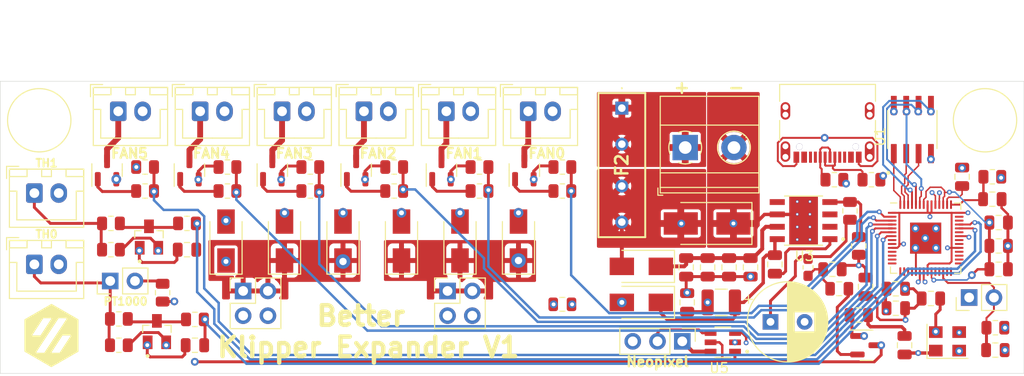
<source format=kicad_pcb>
(kicad_pcb (version 20211014) (generator pcbnew)
  (title_block (title "Better Klipper Expander") (rev "V1"))
  (layers (0 "F.Cu" signal) (1 "In1.Cu" signal) (2 "In2.Cu" signal) (31 "B.Cu" signal) (34 "B.Paste" user) (35 "F.Paste" user) (36 "B.SilkS" user "B.Silkscreen") (37 "F.SilkS" user "F.Silkscreen") (38 "B.Mask" user) (39 "F.Mask" user) (44 "Edge.Cuts" user))
  (net 0 "")
  (net 1 "Net-(C1-Pad1)")
  (net 2 "GND")
  (net 3 "Net-(C4-Pad2)")
  (net 4 "+3.3V")
  (net 5 "Net-(C13-Pad1)")
  (net 6 "Net-(C13-Pad2)")
  (net 7 "+5V")
  (net 8 "VCC")
  (net 9 "Net-(C9-Pad1)")
  (net 10 "Net-(F2-Pad1)")
  (net 13 "XIN")
  (net 16 "Net-(R6-Pad2)")
  (net 17 "CS")
  (net 18 "SD1")
  (net 19 "SD2")
  (net 20 "SD0")
  (net 21 "CLK")
  (net 22 "SD3")
  (net 24 "Net-(D4-Pad3)")
  (net 25 "Net-(D6-Pad2)")
  (net 26 "Net-(D7-Pad2)")
  (net 27 "Net-(D8-Pad2)")
  (net 28 "Net-(D9-Pad2)")
  (net 29 "Net-(D10-Pad1)")
  (net 40 "Net-(C10-Pad1)")
  (net 53 "Net-(D11-Pad3)")
  (net 54 "Net-(J6-Pad1)")
  (net 57 "Net-(C16-Pad1)")
  (net 58 "Net-(C14-Pad2)")
  (net 59 "Net-(C7-Pad2)")
  (net 60 "Net-(D5-Pad2)")
  (net 61 "Net-(Q1-Pad1)")
  (net 62 "Net-(J10-Pad1)")
  (net 63 "Net-(JP2-Pad2)")
  (net 64 "Net-(Q2-Pad1)")
  (net 65 "Net-(Q3-Pad1)")
  (net 66 "Net-(Q4-Pad1)")
  (net 67 "Net-(Q5-Pad1)")
  (net 68 "Net-(Q6-Pad1)")
  (net 69 "FAN0")
  (net 70 "FAN1")
  (net 71 "FAN2")
  (net 72 "FAN3")
  (net 73 "FAN4")
  (net 74 "FAN5")
  (net 75 "Net-(L2-Pad2)")
  (net 76 "TH0")
  (net 77 "TH1")
  (net 80 "VFAN")
  (net 81 "D+")
  (net 82 "D-")
  (net 84 "NEO_DATA")
  (net 85 "XOUT")
  (net 86 "GPIO24")
  (net 87 "Net-(J13-Pad3)")
  (footprint "Resistor_SMD:R_0805_2012Metric" (layer "F.Cu") (at 145.7 88.7625)
    (fp_text reference "R8" hide)
    (fp_text value "10R" hide)
  )
  (footprint "Connector_JST:JST_XH_B2B-XH-A_1x02_P2.50mm_Vertical" (layer "F.Cu") (at 108.55 80.575)
    (fp_text reference "J8" hide)
    (fp_text value "FAN4" hide)
  )
  (footprint "Diode_SMD:D_SMA" (layer "F.Cu") (at 153.8 96.5 180)
    (fp_text reference "D1" hide)
    (fp_text value "SS34" hide)
  )
  (footprint "Capacitor_SMD:C_0805_2012Metric" (layer "F.Cu") (at 158.4 96.6 -90)
    (fp_text reference "C1" hide)
    (fp_text value "10uF" hide)
  )
  (footprint "Diode_SMD:D_SMA" (layer "F.Cu") (at 123.2 93.9 90)
    (fp_text reference "D8" hide)
    (fp_text value "S1A" hide)
  )
  (footprint "Resistor_SMD:R_0805_2012Metric" (layer "F.Cu") (at 128.45 88.7625)
    (fp_text reference "R12" hide)
    (fp_text value "10R" hide)
  )
  (footprint "Resistor_SMD:R_0805_2012Metric" (layer "F.Cu") (at 99.4 92.0875 180)
    (fp_text reference "R25" hide)
    (fp_text value "2.37K" hide)
  )
  (footprint "Capacitor_SMD:C_0805_2012Metric" (layer "F.Cu") (at 107.2 94.7875 180)
    (fp_text reference "C23" hide)
    (fp_text value "0.1uF" hide)
  )
  (footprint "Capacitor_SMD:C_0805_2012Metric" (layer "F.Cu") (at 190.45 94.4)
    (fp_text reference "C11" hide)
    (fp_text value "0.1uF" hide)
  )
  (footprint "Capacitor_SMD:C_0805_2012Metric" (layer "F.Cu") (at 179.9 98.8 180)
    (fp_text reference "C18" hide)
    (fp_text value "0.1uF" hide)
  )
  (footprint "Package_DFN_QFN:QFN-56-1EP_7x7mm_P0.4mm_EP3.2x3.2mm" (layer "F.Cu") (at 182.9625 93.6)
    (fp_text reference "U4" hide)
    (fp_text value "RP2040" hide)
  )
  (footprint "Resistor_SMD:R_0805_2012Metric" (layer "F.Cu") (at 108.0125 101.95 180)
    (fp_text reference "R14" hide)
    (fp_text value "2.37K" hide)
  )
  (footprint "FDS8896:SOIC127P600X175-8N" (layer "F.Cu") (at 181.6 82.445 90)
    (fp_text reference "U1")
    (fp_text value "W25Q80DVSNIG")
  )
  (footprint "Connector_PinHeader_2.54mm:PinHeader_1x02_P2.54mm_Vertical" (layer "F.Cu") (at 99.325 98 90)
    (fp_text reference "JP2" hide)
    (fp_text value "PT1000" hide)
  )
  (footprint "Diode_SMD:D_SMA" (layer "F.Cu") (at 117.2 93.9 90)
    (fp_text reference "D9" hide)
    (fp_text value "S1A" hide)
  )
  (footprint "Resistor_SMD:R_0805_2012Metric" (layer "F.Cu") (at 128.45 86.3)
    (fp_text reference "R13" hide)
    (fp_text value "20K" hide)
  )
  (footprint "Connector_JST:JST_XH_B2B-XH-A_1x02_P2.50mm_Vertical" (layer "F.Cu") (at 125.35 80.575)
    (fp_text reference "J5" hide)
    (fp_text value "FAN2" hide)
  )
  (footprint "Capacitor_SMD:C_0805_2012Metric" (layer "F.Cu") (at 190.45 92)
    (fp_text reference "C10" hide)
    (fp_text value "2.2uF" hide)
  )
  (footprint "Resistor_SMD:R_0805_2012Metric" (layer "F.Cu") (at 177.4 87.6)
    (fp_text reference "R4" hide)
    (fp_text value "22R" hide)
  )
  (footprint "Resistor_SMD:R_0805_2012Metric" (layer "F.Cu") (at 137.2 86.3)
    (fp_text reference "R11" hide)
    (fp_text value "20K" hide)
  )
  (footprint "Capacitor_SMD:C_0805_2012Metric" (layer "F.Cu") (at 173.4 96.8)
    (fp_text reference "C9" hide)
    (fp_text value "10uF" hide)
  )
  (footprint "Diode_SMD:D_SMA" (layer "F.Cu") (at 141.2 93.9 90)
    (fp_text reference "D5" hide)
    (fp_text value "S1A" hide)
  )
  (footprint "Connector_JST:JST_XH_B2B-XH-A_1x02_P2.50mm_Vertical" (layer "F.Cu") (at 100.15 80.575)
    (fp_text reference "J9" hide)
    (fp_text value "FAN5" hide)
  )
  (footprint "Resistor_SMD:R_0805_2012Metric" (layer "F.Cu") (at 102.9 88.7625)
    (fp_text reference "R22" hide)
    (fp_text value "10R" hide)
  )
  (footprint "Resistor_SMD:R_0805_2012Metric" (layer "F.Cu") (at 104.7 99.2 -90)
    (fp_text reference "R17" hide)
    (fp_text value "4.7K" hide)
  )
  (footprint "Capacitor_SMD:C_0805_2012Metric" (layer "F.Cu") (at 160.6 96.6 -90)
    (fp_text reference "C2" hide)
    (fp_text value "10uF" hide)
  )
  (footprint "Capacitor_SMD:C_0805_2012Metric" (layer "F.Cu") (at 189.8 89.6)
    (fp_text reference "C16" hide)
    (fp_text value "2.2uF" hide)
  )
  (footprint "BAV99:DIO_BAV99" (layer "F.Cu") (at 103.3 93.4875 90)
    (fp_text reference "D11" hide)
    (fp_text value "BAV99" hide)
  )
  (footprint "Capacitor_SMD:C_0805_2012Metric" (layer "F.Cu") (at 179.9 100.8 180)
    (fp_text reference "C20" hide)
    (fp_text value "0.1uF" hide)
  )
  (footprint "Resistor_SMD:R_0805_2012Metric" (layer "F.Cu") (at 107.2 92.0875 180)
    (fp_text reference "R24" hide)
    (fp_text value "2.37K" hide)
  )
  (footprint "Resistor_SMD:R_0805_2012Metric" (layer "F.Cu") (at 99.4 94.7875)
    (fp_text reference "R26" hide)
    (fp_text value "4.7K" hide)
  )
  (footprint "Connector_JST:JST_XH_B2B-XH-A_1x02_P2.50mm_Vertical" (layer "F.Cu") (at 142.2 80.575)
    (fp_text reference "J3" hide)
    (fp_text value "FAN0" hide)
  )
  (footprint "Resistor_SMD:R_0805_2012Metric" (layer "F.Cu") (at 119.85 88.7625)
    (fp_text reference "R18" hide)
    (fp_text value "10R" hide)
  )
  (footprint "Connector_PinHeader_2.54mm:PinHeader_2x02_P2.54mm_Vertical" (layer "F.Cu") (at 112.96 99.025)
    (fp_text reference "J13" hide)
    (fp_text value "VFAN_SEL2" hide)
  )
  (footprint "Package_TO_SOT_SMD:SOT-23" (layer "F.Cu") (at 124.55 86.6125 90)
    (fp_text reference "Q3" hide)
    (fp_text value "AO3400C" hide)
  )
  (footprint "Resistor_SMD:R_0805_2012Metric" (layer "F.Cu") (at 173.6 87.6)
    (fp_text reference "R3" hide)
    (fp_text value "22R" hide)
  )
  (footprint "Oscillator:Oscillator_SMD_SeikoEpson_SG8002CE-4Pin_3.2x2.5mm" (layer "F.Cu") (at 185.2 104.2)
    (fp_text reference "Y1" hide)
    (fp_text value "12MHz" hide)
  )
  (footprint "Fuse:Fuse_0805_2012Metric" (layer "F.Cu") (at 145.7 100.4)
    (fp_text reference "F3" hide)
    (fp_text value "4A" hide)
  )
  (footprint "TRA_KiCad_Footprints:VoronLogo_6pt5mm_silkScreen" (layer "F.Cu") (at 93.3 103.6)
    (fp_text reference "G***" hide)
    (fp_text value "LOGO" hide)
  )
  (footprint "Resistor_SMD:R_0805_2012Metric" (layer "F.Cu") (at 100.2125 104.6)
    (fp_text reference "R16" hide)
    (fp_text value "4.7K" hide)
  )
  (footprint "Fuse:Fuse_0603_1608Metric_Pad1.05x0.95mm_HandSolder" (layer "F.Cu") (at 170.9 96.6 90)
    (fp_text reference "F1" hide)
    (fp_text value "0.25A" hide)
  )
  (footprint "Resistor_SMD:R_0805_2012Metric" (layer "F.Cu") (at 190.1125 102.8 180)
    (fp_text reference "R2" hide)
    (fp_text value "10K" hide)
  )
  (footprint "Connector_JST:JST_XH_B2B-XH-A_1x02_P2.50mm_Vertical" (layer "F.Cu") (at 133.8 80.575)
    (fp_text reference "J4" hide)
    (fp_text value "FAN1" hide)
  )
  (footprint "Resistor_SMD:R_0805_2012Metric" (layer "F.Cu") (at 111.35 88.7625)
    (fp_text reference "R20" hide)
    (fp_text value "10R" hide)
  )
  (footprint "Capacitor_SMD:C_0805_2012Metric" (layer "F.Cu") (at 183.5 99.8)
    (fp_text reference "C21" hide)
    (fp_text value "0.1uF" hide)
  )
  (footprint "Capacitor_SMD:C_0805_2012Metric" (layer "F.Cu") (at 176.8 98.6 90)
    (fp_text reference "C6" hide)
    (fp_text value "22uF" hide)
  )
  (footprint "Capacitor_SMD:C_0805_2012Metric" (layer "F.Cu") (at 158.5 100.2 90)
    (fp_text reference "C17" hide)
    (fp_text value "10uF" hide)
  )
  (footprint "Package_TO_SOT_SMD:SOT-23" (layer "F.Cu") (at 99 86.6125 90)
    (fp_text reference "Q6" hide)
    (fp_text value "AO3400C" hide)
  )
  (footprint "Fuse:Fuse_0805_2012Metric" (layer "F.Cu") (at 174.1 98.8)
    (fp_text reference "L2" hide)
    (fp_text value "10uH" hide)
  )
  (footprint "Capacitor_SMD:C_0805_2012Metric" (layer "F.Cu") (at 190.1125 105.1 180)
    (fp_text reference "C4" hide)
    (fp_text value "0.1uF" hide)
  )
  (footprint "Package_TO_SOT_SMD:SOT-23" (layer "F.Cu") (at 176.9 104.6)
    (fp_text reference "U2" hide)
    (fp_text value "XT1861B332MR-G" hide)
  )
  (footprint "Capacitor_SMD:C_0805_2012Metric" (layer "F.Cu") (at 165 96.6 -90)
    (fp_text reference "C5" hide)
    (fp_text value "0.1uF" hide)
  )
  (footprint "Capacitor_SMD:C_0805_2012Metric" (layer "F.Cu") (at 186.7 87.3 -90)
    (fp_text reference "C14" hide)
    (fp_text value "2.2uF" hide)
  )
  (footprint "Connector_JST:JST_XH_B2B-XH-A_1x02_P2.50mm_Vertical" (layer "F.Cu") (at 91.545 96.295)
    (fp_text reference "J6" hide)
    (fp_text value "TH0" hide)
  )
  (footprint "Package_TO_SOT_SMD:SOT-23" (layer "F.Cu") (at 107.45 86.6125 90)
    (fp_text reference "Q5" hide)
    (fp_text value "AO3400C" hide)
  )
  (footprint "TerminalBlock_Phoenix:TerminalBlock_Phoenix_MKDS-1,5-2_1x02_P5.00mm_Horizontal" (layer "F.Cu") (at 158.3 84.295)
    (fp_text reference "J1" hide)
    (fp_text value "24V IN" hide)
  )
  (footprint "Connector_PinHeader_2.54mm:PinHeader_2x02_P2.54mm_Vertical" (layer "F.Cu") (at 133.925 99.025)
    (fp_text reference "J11" hide)
    (fp_text value "VFAN_SEL1" hide)
  )
  (footprint "Capacitor_SMD:C_0805_2012Metric" (layer "F.Cu") (at 167.5 96.3 90)
    (fp_text reference "C13" hide)
    (fp_text value "0.1uF" hide)
  )
  (footprint "KlipperExpander:MountingHole_3.2mm_M3" (layer "F.Cu") (at 92.045 81.495)
    (fp_text reference "H2" hide)
    (fp_text value "MountingHole" hide)
  )
  (footprint "Resistor_SMD:R_0805_2012Metric" (layer "F.Cu") (at 189.8 87.3)
    (fp_text reference "R5" hide)
    (fp_text value "200R" hide)
  )
  (footprint "KlipperExpander:MountingHole_3.2mm_M3" (layer "F.Cu") (at 189.05 81.495)
    (fp_text reference "H1" hide)
    (fp_text value "MountingHole" hide)
  )
  (footprint "Connector_JST:JST_XH_B2B-XH-A_1x02_P2.50mm_Vertical" (layer "F.Cu") (at 116.95 80.575)
    (fp_text reference "J7" hide)
    (fp_text value "FAN3" hide)
  )
  (footprint "TPS5450:VREG_LM5017MR_NOPB" (layer "F.Cu") (at 170.44 91.8 180)
    (fp_text reference "U3")
    (fp_text value "TPS5450DDAR")
  )
  (footprint "Resistor_SMD:R_0805_2012Metric" (layer "F.Cu") (at 176.1 94.4 -90)
    (fp_text reference "R7" hide)
    (fp_text value "3.24K" hide)
  )
  (footprint "Resistor_SMD:R_0805_2012Metric" (layer "F.Cu") (at 137.2 88.7625)
    (fp_text reference "R10" hide)
    (fp_text value "10R" hide)
  )
  (footprint "Capacitor_SMD:C_0805_2012Metric" (layer "F.Cu") (at 190.45 96.8)
    (fp_text reference "C12" hide)
    (fp_text value "0.1uF" hide)
  )
  (footprint "Connector_PinHeader_2.54mm:PinHeader_1x03_P2.54mm_Vertical" (layer "F.Cu") (at 158 104.2 -90)
    (fp_text reference "J12" hide)
    (fp_text value "Neopixel" hide)
  )
  (footprint "Resistor_SMD:R_0805_2012Metric" (layer "F.Cu") (at 100.2125 101.9 180)
    (fp_text reference "R15" hide)
    (fp_text value "2.37K" hide)
  )
  (footprint "Capacitor_SMD:C_0805_2012Metric" (layer "F.Cu") (at 180.8 104.6 90)
    (fp_text reference "C7" hide)
    (fp_text value "10pF" hide)
  )
  (footprint "Package_TO_SOT_SMD:SOT-23" (layer "F.Cu") (at 141.8 86.6125 90)
    (fp_text reference "Q1" hide)
    (fp_text value "AO3400C" hide)
  )
  (footprint "Diode_SMD:D_SMA" (layer "F.Cu") (at 111.2 93.9 90)
    (fp_text reference "D10" hide)
    (fp_text value "S1A" hide)
  )
  (footprint "Inductor_SMD:L_1210_3225Metric" (layer "F.Cu") (at 162 100.2 180)
    (fp_text reference "L1" hide)
    (fp_text value "15uH" hide)
  )
  (footprint "Resistor_SMD:R_0805_2012Metric" (layer "F.Cu") (at 102.9 86.3)
    (fp_text reference "R23" hide)
    (fp_text value "20K" hide)
  )
  (footprint "Capacitor_SMD:C_0805_2012Metric" (layer "F.Cu") (at 176.1 101.5 180)
    (fp_text reference "C8" hide)
    (fp_text value "10pF" hide)
  )
  (footprint "Connector_JST:JST_XH_B2B-XH-A_1x02_P2.50mm_Vertical" (layer "F.Cu") (at 91.545 88.975)
    (fp_text reference "J10" hide)
    (fp_text value "TH1" hide)
  )
  (footprint "Capacitor_SMD:C_0805_2012Metric" (layer "F.Cu") (at 162.8 96.6 -90)
    (fp_text reference "C3" hide)
    (fp_text value "10uF" hide)
  )
  (footprint "Connector_PinHeader_2.54mm:PinHeader_1x02_P2.54mm_Vertical" (layer "F.Cu") (at 187.425 99.7 90)
    (fp_text reference "JP1" hide)
    (fp_text value "RUN" hide)
  )
  (footprint "TXS0101DBVR:SOT95P280X145-6N" (layer "F.Cu") (at 162.1575 104.3 180)
    (fp_text reference "U5")
    (fp_text value "TXS0101DBVR")
  )
  (footprint "Capacitor_SMD:C_0805_2012Metric" (layer "F.Cu") (at 108.0125 104.6 180)
    (fp_text reference "C22" hide)
    (fp_text value "0.1uF" hide)
  )
  (footprint "BAV99:DIO_BAV99" (layer "F.Cu") (at 104.1125 103.2 90)
    (fp_text reference "D4" hide)
    (fp_text value "BAV99" hide)
  )
  (footprint "Capacitor_THT:CP_Radial_D8.0mm_P3.50mm" (layer "F.Cu") (at 167.047349 102.2)
    (fp_text reference "C19" hide)
    (fp_text value "330uF" hide)
  )
  (footprint "Diode_SMD:D_SMA" (layer "F.Cu") (at 135.2 93.9 90)
    (fp_text reference "D6" hide)
    (fp_text value "S1A" hide)
  )
  (footprint "Diode_SMD:D_SMB_Handsoldering" (layer "F.Cu") (at 160.545 92.095 180)
    (fp_text reference "D2" hide)
    (fp_text value "S5BBF" hide)
  )
  (footprint "Package_TO_SOT_SMD:SOT-23" (layer "F.Cu") (at 115.95 86.6125 90)
    (fp_text reference "Q4" hide)
    (fp_text value "AO3400C" hide)
  )
  (footprint "Resistor_SMD:R_0805_2012Metric" (layer "F.Cu") (at 119.85 86.3)
    (fp_text reference "R19" hide)
    (fp_text value "20K" hide)
  )
  (footprint "Diode_SMD:D_SMA" (layer "F.Cu") (at 129.2 93.9 90)
    (fp_text reference "D7" hide)
    (fp_text value "S1A" hide)
  )
  (footprint "Diode_SMD:D_SMA" (layer "F.Cu") (at 153.8 100.2 180)
    (fp_text reference "D3" hide)
    (fp_text value "SS54" hide)
  )
  (footprint "Resistor_SMD:R_0805_2012Metric" (layer "F.Cu") (at 145.7 86.3)
    (fp_text reference "R9" hide)
    (fp_text value "20K" hide)
  )
  (footprint "Resistor_SMD:R_0805_2012Metric" (layer "F.Cu") (at 175.2 90.8 90)
    (fp_text reference "R6" hide)
    (fp_text value "10K" hide)
  )
  (footprint "ul_USB4105-GF-A:USB4105-GF-A" (layer "F.Cu") (at 172.9 81.8 180)
    (fp_text reference "J2" hide)
    (fp_text value "USB4105-GF-A" hide)
  )
  (footprint "01000063Z:01000063Z" (layer "F.Cu") (at 151.8 80.25 -90)
    (fp_text reference "F2")
    (fp_text value "20A" hide)
  )
  (footprint "Resistor_SMD:R_0805_2012Metric" (layer "F.Cu") (at 111.35 86.3)
    (fp_text reference "R21" hide)
    (fp_text value "20K" hide)
  )
  (footprint "Package_TO_SOT_SMD:SOT-23" (layer "F.Cu") (at 133.3 86.6125 90)
    (fp_text reference "Q2" hide)
    (fp_text value "AO3400C" hide)
  )
  (gr_circle (center 189.05 81.495) (end 192.3 81.495) (layer "F.SilkS") (width 0.12) (fill none))
  (gr_circle (center 92.045 81.495) (end 95.295 81.495) (layer "F.SilkS") (width 0.12) (fill none))
  (gr_line (start 88.045 77.495) (end 88.045 107.495) (layer "Edge.Cuts") (width 0.05))
  (gr_line (start 193.045 77.5) (end 88.045 77.495) (layer "Edge.Cuts") (width 0.05))
  (gr_line (start 88.045 107.495) (end 193.045 107.495) (layer "Edge.Cuts") (width 0.05))
  (gr_line (start 193.045 107.495) (end 193.045 77.495) (layer "Edge.Cuts") (width 0.05))
  (gr_text "FAN1" (at 135.6 84.9) (layer "F.SilkS") (effects (font (size 1 1) (thickness 0.25))))
  (gr_text "FAN5" (at 101.3 84.9) (layer "F.SilkS") (effects (font (size 1 1) (thickness 0.25))))
  (gr_text "FAN2" (at 126.8 84.9) (layer "F.SilkS") (effects (font (size 1 1) (thickness 0.25))))
  (gr_text "FAN4" (at 109.7 84.9) (layer "F.SilkS") (effects (font (size 1 1) (thickness 0.25))))
  (gr_text "TH0" (at 92.795 93.2) (layer "F.SilkS") (effects (font (size 0.8 0.8) (thickness 0.2))))
  (gr_text "FAN3" (at 118.2 84.9) (layer "F.SilkS") (effects (font (size 1 1) (thickness 0.25))))
  (gr_text "Neopixel" (at 155.475 106.3) (layer "F.SilkS") (effects (font (size 1 1) (thickness 0.25))))
  (gr_text "TH1" (at 92.795 85.9) (layer "F.SilkS") (effects (font (size 0.8 0.8) (thickness 0.2))))
  (gr_text "PT1000" (at 100.9 100.1) (layer "F.SilkS") (effects (font (size 0.8 0.8) (thickness 0.2))))
  (gr_text "Better \nKlipper Expander V1" (at 125.8 103.2) (layer "F.SilkS") (effects (font (size 2 2) (thickness 0.45))))
  (gr_text "+    -\n" (at 160.745 78.095) (layer "F.SilkS") (effects (font (size 1.3 1.3) (thickness 0.25))))
  (gr_text "FAN0" (at 144.1 84.9) (layer "F.SilkS") (effects (font (size 1 1) (thickness 0.25))))
  (segment (start 165.25 95.65) (end 166.2 94.7) (width 0.4) (layer "F.Cu") (net 1))
  (segment (start 166.2 92.8) (end 166.565 92.435) (width 0.4) (layer "F.Cu") (net 1))
  (segment (start 166.2 94.7) (end 166.2 92.8) (width 0.4) (layer "F.Cu") (net 1))
  (segment (start 158.4 96.3) (end 158.2 96.5) (width 0.4) (layer "F.Cu") (net 1))
  (segment (start 158.2 96.5) (end 155.8 96.5) (width 0.4) (layer "F.Cu") (net 1))
  (segment (start 166.565 92.435) (end 167.74 92.435) (width 0.4) (layer "F.Cu") (net 1))
  (segment (start 158.4 95.65) (end 158.4 96.3) (width 0.4) (layer "F.Cu") (net 1))
  (segment (start 158.4 95.65) (end 165 95.65) (width 0.4) (layer "F.Cu") (net 1))
  (segment (start 126 86.183851) (end 125.4625 86.721351) (width 0.3) (layer "F.Cu") (net 2))
  (segment (start 102.6 96.1) (end 105.9 96.1) (width 0.3) (layer "F.Cu") (net 2))
  (segment (start 102.3126 95.8126) (end 102.6 96.1) (width 0.3) (layer "F.Cu") (net 2))
  (segment (start 178.015302 85.684698) (end 177.5 86.2) (width 0.2) (layer "F.Cu") (net 2))
  (segment (start 158.4 97.55) (end 165 97.55) (width 0.3) (layer "F.Cu") (net 2))
  (segment (start 167.74 91.165) (end 166.435 91.165) (width 0.35) (layer "F.Cu") (net 2))
  (segment (start 169.715302 85.2858) (end 169.715302 86) (width 0.2) (layer "F.Cu") (net 2))
  (segment (start 106.1625 95.8375) (end 106.1625 94.9) (width 0.3) (layer "F.Cu") (net 2))
  (segment (start 165.495 92.095) (end 163.245 92.095) (width 0.35) (layer "F.Cu") (net 2))
  (segment (start 176.1 96.4) (end 174.75 96.4) (width 0.3) (layer "F.Cu") (net 2))
  (segment (start 102.3126 94.8874) (end 102.3126 95.8126) (width 0.3) (layer "F.Cu") (net 2))
  (segment (start 142.7625 86.721351) (end 142.7625 87.571351) (width 0.3) (layer "F.Cu") (net 2))
  (segment (start 117.4 86.195405) (end 116.8625 86.732905) (width 0.3) (layer "F.Cu") (net 2))
  (segment (start 191.4 94.4) (end 191.4 92) (width 0.3) (layer "F.Cu") (net 2))
  (segment (start 177.492726 83.3) (end 178.015302 83.822576) (width 0.2) (layer "F.Cu") (net 2))
  (segment (start 143.3 86.183851) (end 142.7625 86.721351) (width 0.3) (layer "F.Cu") (net 2))
  (segment (start 184 103.2) (end 184 101.4) (width 0.3) (layer "F.Cu") (net 2))
  (segment (start 106.7125 105.8) (end 106.975 105.5375) (width 0.3) (layer "F.Cu") (net 2))
  (segment (start 106.975 105.5375) (end 106.975 104.6) (width 0.3) (layer "F.Cu") (net 2))
  (segment (start 136.3 86.183851) (end 134.8 86.183851) (width 0.3) (layer "F.Cu") (net 2))
  (segment (start 167.8 85.684698) (end 167.8 83.807274) (width 0.2) (layer "F.Cu") (net 2))
  (segment (start 191.4 96.8) (end 191.4 94.4) (width 0.3) (layer "F.Cu") (net 2))
  (segment (start 125.4625 86.721351) (end 125.4625 87.571351) (width 0.3) (layer "F.Cu") (net 2))
  (segment (start 176.1 86) (end 176.1 85.2858) (width 0.2) (layer "F.Cu") (net 2))
  (segment (start 178.015302 83.822576) (end 178.015302 85.684698) (width 0.2) (layer "F.Cu") (net 2))
  (segment (start 181.9625 97.0375) (end 181.9625 94.65) (width 0.2) (layer "F.Cu") (net 2))
  (segment (start 190.75 89.7) (end 190.75 90.5) (width 0.25) (layer "F.Cu") (net 2))
  (segment (start 127.5 86.183851) (end 126 86.183851) (width 0.3) (layer "F.Cu") (net 2))
  (segment (start 176.8 96.7) (end 176.8 97.65) (width 0.3) (layer "F.Cu") (net 2))
  (segment (start 168.315302 86.2) (end 169.515302 86.2) (width 0.2) (layer "F.Cu") (net 2))
  (segment (start 190.75 90.5) (end 191.4 91.15) (width 0.25) (layer "F.Cu") (net 2))
  (segment (start 175.4 101.75) (end 175.4 103.65) (width 0.3) (layer "F.Cu") (net 2))
  (segment (start 103.1251 105.5126) (end 103.4125 105.8) (width 0.3) (layer "F.Cu") (net 2))
  (segment (start 168.315302 86.2) (end 167.8 85.684698) (width 0.2) (layer "F.Cu") (net 2))
  (segment (start 165.5 92.1) (end 165.495 92.095) (width 0.25) (layer "F.Cu") (net 2))
  (segment (start 176.3 86.2) (end 176.1 86) (width 0.2) (layer "F.Cu") (net 2))
  (segment (start 108.3625 86.7375) (end 108.3625 87.5875) (width 0.3) (layer "F.Cu") (net 2))
  (segment (start 176.1 96.4) (end 176.5 96.4) (width 0.3) (layer "F.Cu") (net 2))
  (segment (start 176.1 96.4) (end 176.1 95.3125) (width 0.3) (layer "F.Cu") (net 2))
  (segment (start 168.307274 83.3) (end 172.6 83.3) (width 0.2) (layer "F.Cu") (net 2))
  (segment (start 184 101.4) (end 184.45 100.95) (width 0.3) (layer "F.Cu") (net 2))
  (segment (start 166.435 91.165) (end 165.5 92.1) (width 0.35) (layer "F.Cu") (net 2))
  (segment (start 103.1251 104.5874) (end 103.1251 105.5126) (width 0.3) (layer "F.Cu") (net 2))
  (segment (start 172.6 83.3) (end 177.492726 83.3) (width 0.2) (layer "F.Cu") (net 2))
  (segment (start 134.2625 86.721351) (end 134.2625 87.571351) (width 0.3) (layer "F.Cu") (net 2))
  (segment (start 110.4 86.2) (end 108.9 86.2) (width 0.3) (layer "F.Cu") (net 2))
  (segment (start 191.4 91.15) (end 191.4 92) (width 0.25) (layer "F.Cu") (net 2))
  (segment (start 177.5 86.2) (end 176.3 86.2) (width 0.2) (layer "F.Cu") (net 2))
  (segment (start 158.4 97.55) (end 158.4 99.1) (width 0.3) (layer "F.Cu") (net 2))
  (segment (start 178.85 98.8) (end 178.85 101.05) (width 0.3) (layer "F.Cu") (net 2))
  (segment (start 169.715302 86) (end 169.515302 86.2) (width 0.2) (layer "F.Cu") (net 2))
  (segment (start 176.5 96.4) (end 176.8 96.7) (width 0.3) (layer "F.Cu") (net 2))
  (segment (start 174.75 96.4) (end 174.35 96.8) (width 0.3) (layer "F.Cu") (net 2))
  (segment (start 134.8 86.183851) (end 134.2625 86.721351) (width 0.3) (layer "F.Cu") (net 2))
  (segment (start 168.175 91.165) (end 169.2 91.165) (width 0.35) (layer "F.Cu") (net 2))
  (segment (start 184.45 100.95) (end 184.45 99.8) (width 0.3) (layer "F.Cu") (net 2))
  (segment (start 108.9 86.2) (end 108.3625 86.7375) (width 0.3) (layer "F.Cu") (net 2))
  (segment (start 167.8 83.807274) (end 168.307274 83.3) (width 0.2) (layer "F.Cu") (net 2))
  (segment (start 105.9 96.1) (end 106.1625 95.8375) (width 0.3) (layer "F.Cu") (net 2))
  (segment (start 118.9 86.195405) (end 117.4 86.195405) (width 0.3) (layer "F.Cu") (net 2))
  (segment (start 144.8 86.183851) (end 143.3 86.183851) (width 0.3) (layer "F.Cu") (net 2))
  (segment (start 175.4 103.65) (end 176.65 103.65) (width 0.35) (layer "F.Cu") (net 2))
  (segment (start 116.8625 86.732905) (end 116.8625 87.582905) (width 0.3) (layer "F.Cu") (net 2))
  (segment (start 103.4125 105.8) (end 106.7125 105.8) (width 0.3) (layer "F.Cu") (net 2))
  (via (at 181.9175 94.605) (size 0.8) (drill 0.4) (layers "F.Cu" "B.Cu") (net 2))
  (via (at 186.4 105.2) (size 0.8) (drill 0.4) (layers "F.Cu" "B.Cu") (net 2))
  (via (at 191.4 94.4) (size 0.8) (drill 0.4) (layers "F.Cu" "B.Cu") (net 2))
  (via (at 184.0175 92.605) (size 0.8) (drill 0.4) (layers "F.Cu" "B.Cu") (net 2))
  (via (at 176.65 103.65) (size 0.8) (drill 0.4) (layers "F.Cu" "B.Cu") (net 2))
  (via (at 163.4 104.3) (size 0.6) (drill 0.3) (layers "F.Cu" "B.Cu") (net 2))
  (via (at 184.0175 94.605) (size 0.8) (drill 0.4) (layers "F.Cu" "B.Cu") (net 2))
  (via (at 103.1251 104.5874) (size 0.8) (drill 0.4) (layers "F.Cu" "B.Cu") (net 2))
  (via (at 191.1 105.1) (size 0.8) (drill 0.4) (layers "F.Cu" "B.Cu") (net 2))
  (via (at 108.3625 87.5875) (size 0.8) (drill 0.4) (layers "F.Cu" "B.Cu") (net 2))
  (via (at 181.9175 92.605) (size 0.8) (drill 0.4) (layers "F.Cu" "B.Cu") (net 2))
  (via (at 116.8625 87.582905) (size 0.8) (drill 0.4) (layers "F.Cu" "B.Cu") (net 2))
  (via (at 142.7625 87.571351) (size 0.8) (drill 0.4) (layers "F.Cu" "B.Cu") (net 2))
  (via (at 182.9175 93.6) (size 0.8) (drill 0.4) (layers "F.Cu" "B.Cu") (net 2))
  (via (at 163.245 92.095) (size 0.8) (drill 0.4) (layers "F.Cu" "B.Cu") (net 2))
  (via (at 172.6 83.3) (size 0.8) (drill 0.4) (layers "F.Cu" "B.Cu") (net 2))
  (via (at 176.1 96.4) (size 0.6) (drill 0.3) (layers "F.Cu" "B.Cu") (net 2))
  (via (at 178.9 101.1) (size 0.6) (drill 0.3) (layers "F.Cu" "B.Cu") (net 2))
  (via (at 183.5 85.5) (size 0.8) (drill 0.4) (layers "F.Cu" "B.Cu") (net 2))
  (via (at 165 97.55) (size 0.8) (drill 0.4) (layers "F.Cu" "B.Cu") (net 2))
  (via (at 151.8 100.2) (size 1) (drill 0.5) (layers "F.Cu" "B.Cu") (net 2))
  (via (at 111.2 91.8) (size 1) (drill 0.5) (layers "F.Cu" "B.Cu") (net 2))
  (via (at 134.2625 87.571351) (size 0.8) (drill 0.4) (layers "F.Cu" "B.Cu") (net 2))
  (via (at 102 86.3) (size 0.8) (drill 0.4) (layers "F.Cu" "B.Cu") (net 2))
  (via (at 158.5 99.2) (size 0.8) (drill 0.4) (layers "F.Cu" "B.Cu") (net 2))
  (via (at 125.4625 87.571351) (size 0.8) (drill 0.4) (layers "F.Cu" "B.Cu") (net 2))
  (via (at 184 103.2) (size 0.8) (drill 0.4) (layers "F.Cu" "B.Cu") (net 2))
  (via (at 102.3126 94.8874) (size 0.8) (drill 0.4) (layers "F.Cu" "B.Cu") (net 2))
  (segment (start 189.5 98.2) (end 189.965 98.665) (width 0.2) (layer "F.Cu") (net 3))
  (segment (start 184.7625 97.0375) (end 184.7625 97.725) (width 0.2) (layer "F.Cu") (net 3))
  (segment (start 184.7625 97.725) (end 185.2375 98.2) (width 0.2) (layer "F.Cu") (net 3))
  (segment (start 189.2 101.8) (end 189.2 102.8) (width 0.2) (layer "F.Cu") (net 3))
  (segment (start 189.2 102.8) (end 189.2 105.0625) (width 0.3) (layer "F.Cu") (net 3))
  (segment (start 189.965 98.665) (end 189.965 99.7) (width 0.2) (layer "F.Cu") (net 3))
  (segment (start 189.965 101.035) (end 189.2 101.8) (width 0.2) (layer "F.Cu") (net 3))
  (segment (start 185.2375 98.2) (end 189.5 98.2) (width 0.2) (layer "F.Cu") (net 3))
  (segment (start 189.965 99.7) (end 189.965 101.035) (width 0.2) (layer "F.Cu") (net 3))
  (segment (start 180.7 94.2) (end 180.325 94.2) (width 0.2) (layer "F.Cu") (net 4))
  (segment (start 180.85 98.8) (end 181.7 98.8) (width 0.3) (layer "F.Cu") (net 4))
  (segment (start 177.65 99.55) (end 176.8 99.55) (width 0.25) (layer "F.Cu") (net 4))
  (segment (start 163.4 106.3) (end 162.1 106.3) (width 0.3) (layer "F.Cu") (net 4))
  (segment (start 181.7 98.8) (end 182.55 99.65) (width 0.3) (layer "F.Cu") (net 4))
  (segment (start 180.2625 91.05) (end 180.2125 91) (width 0.2) (layer "F.Cu") (net 4))
  (segment (start 180.2125 91) (end 179.525 91) (width 0.2) (layer "F.Cu") (net 4))
  (segment (start 185.6225 96) (end 185.6225 94.6) (width 0.2) (layer "F.Cu") (net 4))
  (segment (start 178.4 104.6) (end 178.4 105.6) (width 0.3) (layer "F.Cu") (net 4))
  (segment (start 185.4175 96.205) (end 185.6225 96) (width 0.2) (layer "F.Cu") (net 4))
  (segment (start 180.9 102) (end 178.3 102) (width 0.25) (layer "F.Cu") (net 4))
  (segment (start 186.4 94.6) (end 185.6225 94.6) (width 0.2) (layer "F.Cu") (net 4))
  (segment (start 180.85 100.8) (end 180.85 101.95) (width 0.3) (layer "F.Cu") (net 4))
  (segment (start 183.1625 90.95) (end 183.2125 91) (width 0.2) (layer "F.Cu") (net 4))
  (segment (start 102.5125 103.3) (end 104.2625 103.3) (width 0.3) (layer "F.Cu") (net 4))
  (segment (start 183.1625 96.382513) (end 183.1625 97.0375) (width 0.2) (layer "F.Cu") (net 4))
  (segment (start 180.2625 94.2625) (end 180.2625 94.1375) (width 0.2) (layer "F.Cu") (net 4))
  (segment (start 104.7 100.1125) (end 105.8875 100.1125) (width 0.3) (layer "F.Cu") (net 4))
  (segment (start 185.6225 91) (end 183.5125 91) (width 0.2) (layer "F.Cu") (net 4))
  (segment (start 163.4 106.3) (end 163.4 105.2625) (width 0.3) (layer "F.Cu") (net 4))
  (segment (start 178 99.9) (end 177.65 99.55) (width 0.25) (layer "F.Cu") (net 4))
  (segment (start 179.525 94.6) (end 180.057475 94.6) (width 0.2) (layer "F.Cu") (net 4))
  (segment (start 162.1 104.6) (end 162.1 106.3) (width 0.25) (layer "F.Cu") (net 4))
  (segment (start 181.8 100.8) (end 182.55 100.05) (width 0.3) (layer "F.Cu") (net 4))
  (segment (start 180.2625 94.394975) (end 180.2625 94.2625) (width 0.2) (layer "F.Cu") (net 4))
  (segment (start 183.4 91) (end 183.2125 91) (width 0.2) (layer "F.Cu") (net 4))
  (segment (start 180.85 100.8) (end 181.8 100.8) (width 0.3) (layer "F.Cu") (net 4))
  (segment (start 178 101.7) (end 178 99.9) (width 0.25) (layer "F.Cu") (net 4))
  (segment (start 101.2125 104.6) (end 102.5125 103.3) (width 0.3) (layer "F.Cu") (net 4))
  (segment (start 177.7 106.3) (end 163.4 106.3) (width 0.3) (layer "F.Cu") (net 4))
  (segment (start 104.2625 103.3) (end 105.0625 104.1) (width 0.3) (layer "F.Cu") (net 4))
  (segment (start 160.9025 104.3) (end 161.8 104.3) (width 0.25) (layer "F.Cu") (net 4))
  (segment (start 108 106.3) (end 162.1 106.3) (width 0.3) (layer "F.Cu") (net 4))
  (segment (start 103.45 93.6) (end 104.25 94.4) (width 0.3) (layer "F.Cu") (net 4))
  (segment (start 105.8875 100.1125) (end 105.9 100.1) (width 0.3) (layer "F.Cu") (net 4))
  (segment (start 183.5125 91) (end 183.4 91) (width 0.2) (layer "F.Cu") (net 4))
  (segment (start 183.4 91.4) (end 183.4 91) (width 0.2) (layer "F.Cu") (net 4))
  (segment (start 183.5625 90.95) (end 183.5125 91) (width 0.2) (layer "F.Cu") (net 4))
  (segment (start 101.7 93.6) (end 103.45 93.6) (width 0.3) (layer "F.Cu") (net 4))
  (segment (start 161.8 104.3) (end 162.1 104.6) (width 0.25) (layer "F.Cu") (net 4))
  (segment (start 183.340013 96.205) (end 183.1625 96.382513) (width 0.2) (layer "F.Cu") (net 4))
  (segment (start 183.1625 90.1625) (end 183.1625 90.95) (width 0.2) (layer "F.Cu") (net 4))
  (segment (start 183.2125 91) (end 180.2125 91) (width 0.2) (layer "F.Cu") (net 4))
  (segment (start 185.2 94.6) (end 185.6225 94.6) (width 0.2) (layer "F.Cu") (net 4))
  (segment (start 186.4 91) (end 185.6225 91) (width 0.2) (layer "F.Cu") (net 4))
  (segment (start 180.325 94.2) (end 180.2625 94.2625) (width 0.2) (layer "F.Cu") (net 4))
  (segment (start 183.340013 96.205) (end 185.4175 96.205) (width 0.2) (layer "F.Cu") (net 4))
  (segment (start 178.4 105.6) (end 177.7 106.3) (width 0.3) (layer "F.Cu") (net 4))
  (segment (start 178.3 102) (end 178 101.7) (width 0.25) (layer "F.Cu") (net 4))
  (segment (start 180.85 101.95) (end 180.9 102) (width 0.3) (layer "F.Cu") (net 4))
  (segment (start 183.5625 90.1625) (end 183.5625 90.95) (width 0.2) (layer "F.Cu") (net 4))
  (segment (start 100.4 94.9) (end 101.7 93.6) (width 0.3) (layer "F.Cu") (net 4))
  (segment (start 185.6225 94.6) (end 185.6225 91) (width 0.2) (layer "F.Cu") (net 4))
  (segment (start 180.2625 94.1375) (end 180.2625 91.05) (width 0.2) (layer "F.Cu") (net 4))
  (segment (start 186.4 91) (end 187.3 91) (width 0.2) (layer "F.Cu") (net 4))
  (segment (start 180.057475 94.6) (end 180.2625 94.394975) (width 0.2) (layer "F.Cu") (net 4))
  (via (at 180.85 98.8) (size 0.8) (drill 0.4) (layers "F.Cu" "B.Cu") (net 4))
  (via (at 105.0625 104.6) (size 0.8) (drill 0.4) (layers "F.Cu" "B.Cu") (net 4))
  (via (at 190.7 87.4) (size 0.8) (drill 0.4) (layers "F.Cu" "B.Cu") (net 4))
  (via (at 104.25 94.9) (size 0.8) (drill 0.4) (layers "F.Cu" "B.Cu") (net 4))
  (via (at 180.9 102) (size 0.6) (drill 0.3) (layers "F.Cu" "B.Cu") (net 4))
  (via (at 105.9 100.1) (size 0.8) (drill 0.4) (layers "F.Cu" "B.Cu") (net 4))
  (via (at 180.7 94.2) (size 0.5) (drill 0.25) (layers "F.Cu" "B.Cu") (net 4))
  (via (at 183.4 91.4) (size 0.5) (drill 0.25) (layers "F.Cu" "B.Cu") (net 4))
  (via (at 191.1 102.8) (size 0.8) (drill 0.4) (layers "F.Cu" "B.Cu") (net 4))
  (via (at 108 106.3) (size 0.8) (drill 0.4) (layers "F.Cu" "B.Cu") (net 4))
  (via (at 178.4 104.6) (size 0.8) (drill 0.4) (layers "F.Cu" "B.Cu") (net 4))
  (via (at 187.3 91) (size 0.5) (drill 0.25) (layers "F.Cu" "B.Cu") (net 4))
  (via (at 185.2 94.6) (size 0.5) (drill 0.25) (layers "F.Cu" "B.Cu") (net 4))
  (via (at 186.7 86.4) (size 0.8) (drill 0.4) (layers "F.Cu" "B.Cu") (net 4))
  (segment (start 168.35 97.25) (end 167.5 97.25) (width 0.3) (layer "F.Cu") (net 5))
  (segment (start 168.6 95.1) (end 168.6 97) (width 0.3) (layer "F.Cu") (net 5))
  (segment (start 169 94.7) (end 168.6 95.1) (width 0.3) (layer "F.Cu") (net 5))
  (segment (start 173.14 93.705) (end 173.14 94.26) (width 0.3) (layer "F.Cu") (net 5))
  (segment (start 172.7 94.7) (end 169 94.7) (width 0.3) (layer "F.Cu") (net 5))
  (segment (start 168.6 97) (end 168.35 97.25) (width 0.3) (layer "F.Cu") (net 5))
  (segment (start 173.14 94.26) (end 172.7 94.7) (width 0.3) (layer "F.Cu") (net 5))
  (segment (start 155.8 101.3) (end 156.525 102.025) (width 0.35) (layer "F.Cu") (net 6))
  (segment (start 164.3 100.2) (end 166.3 98.2) (width 0.35) (layer "F.Cu") (net 6))
  (segment (start 155.8 100.2) (end 155.8 101.3) (width 0.35) (layer "F.Cu") (net 6))
  (segment (start 167.5 93.945) (end 167.74 93.705) (width 0.35) (layer "F.Cu") (net 6))
  (segment (start 163.4 101.7) (end 163.4 100.2) (width 0.35) (layer "F.Cu") (net 6))
  (segment (start 156.525 102.025) (end 163.075 102.025) (width 0.35) (layer "F.Cu") (net 6))
  (segment (start 166.3 95.7) (end 166.65 95.35) (width 0.35) (layer "F.Cu") (net 6))
  (segment (start 166.65 95.35) (end 167.5 95.35) (width 0.35) (layer "F.Cu") (net 6))
  (segment (start 166.3 98.2) (end 166.3 95.7) (width 0.35) (layer "F.Cu") (net 6))
  (segment (start 167.5 95.35) (end 167.5 93.945) (width 0.35) (layer "F.Cu") (net 6))
  (segment (start 163.075 102.025) (end 163.4 101.7) (width 0.35) (layer "F.Cu") (net 6))
  (segment (start 163.4 100.2) (end 164.3 100.2) (width 0.35) (layer "F.Cu") (net 6))
  (segment (start 167.047349 100.052651) (end 169.6 97.5) (width 0.3) (layer "F.Cu") (net 7))
  (segment (start 174.8 93.9) (end 174.8 92.1125) (width 0.3) (layer "F.Cu") (net 7))
  (segment (start 158 104.2) (end 159.05 105.25) (width 0.4) (layer "F.Cu") (net 7))
  (segment (start 169.6 96) (end 170.1 95.5) (width 0.3) (layer "F.Cu") (net 7))
  (segment (start 159.05 105.25) (end 160.9025 105.25) (width 0.4) (layer "F.Cu") (net 7))
  (segment (start 170.1 95.5) (end 173.2 95.5) (width 0.3) (layer "F.Cu") (net 7))
  (segment (start 158.5 101.15) (end 160.65 101.15) (width 0.3) (layer "F.Cu") (net 7))
  (segment (start 173.2 95.5) (end 174.8 93.9) (width 0.3) (layer "F.Cu") (net 7))
  (segment (start 169.6 97.5) (end 169.6 96) (width 0.3) (layer "F.Cu") (net 7))
  (segment (start 167.047349 102.2) (end 167.047349 100.052651) (width 0.3) (layer "F.Cu") (net 7))
  (segment (start 174.8 92.1125) (end 175.2 91.7125) (width 0.3) (layer "F.Cu") (net 7))
  (via (at 160.6 100.2) (size 0.8) (drill 0.4) (layers "F.Cu" "B.Cu") (net 7))
  (via (at 146.7 100.4) (size 0.8) (drill 0.4) (layers "F.Cu" "B.Cu") (net 7))
  (segment (start 151.8 96.5) (end 151.8 91.95) (width 0.4) (layer "F.Cu") (net 8))
  (via (at 157.9 92.1) (size 0.8) (drill 0.4) (layers "F.Cu" "B.Cu") (net 8))
  (via (at 179.7 80.6) (size 0.8) (drill 0.4) (layers "F.Cu" "B.Cu") (net 8))
  (segment (start 172.45 96.8) (end 171.575 96.8) (width 0.25) (layer "F.Cu") (net 9))
  (segment (start 172.45 97.85) (end 172.45 96.8) (width 0.25) (layer "F.Cu") (net 9))
  (segment (start 173.1625 98.5625) (end 172.45 97.85) (width 0.25) (layer "F.Cu") (net 9))
  (segment (start 171.575 96.8) (end 170.9 97.475) (width 0.25) (layer "F.Cu") (net 9))
  (segment (start 182.2 98.1) (end 182.3625 97.9375) (width 0.2) (layer "F.Cu") (net 13))
  (segment (start 182.3625 97.9375) (end 182.3625 97.0375) (width 0.2) (layer "F.Cu") (net 13))
  (segment (start 182.2 105.4) (end 183.75 105.4) (width 0.35) (layer "F.Cu") (net 13))
  (segment (start 182.2 105.4) (end 181.25 105.4) (width 0.35) (layer "F.Cu") (net 13))
  (via (at 182.2 105.4) (size 0.6) (drill 0.3) (layers "F.Cu" "B.Cu") (net 13))
  (via (at 182.2 98.1) (size 0.5) (drill 0.25) (layers "F.Cu" "B.Cu") (net 13))
  (segment (start 176.3 90.15) (end 176.3 93.2875) (width 0.3) (layer "F.Cu") (net 16))
  (segment (start 176.0375 89.8875) (end 176.3 90.15) (width 0.3) (layer "F.Cu") (net 16))
  (segment (start 175.2 89.8875) (end 176.0375 89.8875) (width 0.3) (layer "F.Cu") (net 16))
  (segment (start 173.14 89.895) (end 175.1925 89.895) (width 0.3) (layer "F.Cu") (net 16))
  (segment (start 179.695 88.708728) (end 180.3625 89.376228) (width 0.15) (layer "F.Cu") (net 17))
  (segment (start 180.3625 89.376228) (end 180.3625 90.1625) (width 0.15) (layer "F.Cu") (net 17))
  (segment (start 179.695 84.92) (end 179.695 88.708728) (width 0.15) (layer "F.Cu") (net 17))
  (segment (start 180.8125 87.092525) (end 180.8125 87.975077) (width 0.15) (layer "F.Cu") (net 18))
  (segment (start 180.49685 88.290727) (end 180.49685 89.015603) (width 0.15) (layer "F.Cu") (net 18))
  (segment (start 180.49685 89.015603) (end 180.7625 89.281252) (width 0.15) (layer "F.Cu") (net 18))
  (segment (start 180.8125 87.975077) (end 180.49685 88.290727) (width 0.15) (layer "F.Cu") (net 18))
  (segment (start 180.965 86.940026) (end 180.8125 87.092525) (width 0.15) (layer "F.Cu") (net 18))
  (segment (start 180.965 84.92) (end 180.965 86.940026) (width 0.15) (layer "F.Cu") (net 18))
  (segment (start 180.7625 89.281252) (end 180.7625 90.1625) (width 0.15) (layer "F.Cu") (net 18))
  (segment (start 181.1625 87.2375) (end 182.235 86.165) (width 0.15) (layer "F.Cu") (net 19))
  (segment (start 181.154387 89.178165) (end 180.84685 88.870628) (width 0.15) (layer "F.Cu") (net 19))
  (segment (start 180.84685 88.870628) (end 180.84685 88.435702) (width 0.15) (layer "F.Cu") (net 19))
  (segment (start 181.1625 90.1625) (end 181.1625 89.178165) (width 0.15) (layer "F.Cu") (net 19))
  (segment (start 181.1625 88.120052) (end 181.1625 87.2375) (width 0.15) (layer "F.Cu") (net 19))
  (segment (start 180.84685 88.435702) (end 181.1625 88.120052) (width 0.15) (layer "F.Cu") (net 19))
  (segment (start 181.1625 89.178165) (end 181.154387 89.178165) (width 0.15) (layer "F.Cu") (net 19))
  (segment (start 182.235 86.165) (end 182.235 84.92) (width 0.15) (layer "F.Cu") (net 19))
  (segment (start 181.5625 88.843815) (end 181.5625 90.1625) (width 0.2) (layer "F.Cu") (net 20))
  (segment (start 181.37185 88.653165) (end 181.5625 88.843815) (width 0.2) (layer "F.Cu") (net 20))
  (via (at 181.37185 88.653165) (size 0.5) (drill 0.25) (layers "F.Cu" "B.Cu") (net 20))
  (via (at 183.5 80.6) (size 0.8) (drill 0.4) (layers "F.Cu" "B.Cu") (net 20))
  (segment (start 178.6 80.134315) (end 179.234314 79.5) (width 0.2) (layer "B.Cu") (net 20))
  (segment (start 178.6 86.065686) (end 178.6 80.134315) (width 0.2) (layer "B.Cu") (net 20))
  (segment (start 181.187479 88.653165) (end 178.6 86.065686) (width 0.2) (layer "B.Cu") (net 20))
  (segment (start 182.4 79.5) (end 183.5 80.6) (width 0.2) (layer "B.Cu") (net 20))
  (segment (start 181.37185 88.653165) (end 181.187479 88.653165) (width 0.2) (layer "B.Cu") (net 20))
  (segment (start 179.234314 79.5) (end 182.4 79.5) (width 0.2) (layer "B.Cu") (net 20))
  (segment (start 181.8 88.1) (end 181.9625 88.2625) (width 0.2) (layer "F.Cu") (net 21))
  (segment (start 181.9625 88.2625) (end 181.9625 90.1625) (width 0.2) (layer "F.Cu") (net 21))
  (via (at 181.8 88.1) (size 0.5) (drill 0.25) (layers "F.Cu" "B.Cu") (net 21))
  (via (at 182.2 80.6) (size 0.8) (drill 0.4) (layers "F.Cu" "B.Cu") (net 21))
  (segment (start 179 80.3) (end 179.4 79.9) (width 0.2) (layer "B.Cu") (net 21))
  (segment (start 179 85.5) (end 179 80.3) (width 0.2) (layer "B.Cu") (net 21))
  (segment (start 181.6 88.1) (end 179 85.5) (width 0.2) (layer "B.Cu") (net 21))
  (segment (start 181.5 79.9) (end 182.2 80.6) (width 0.2) (layer "B.Cu") (net 21))
  (segment (start 181.8 88.1) (end 181.6 88.1) (width 0.2) (layer "B.Cu") (net 21))
  (segment (start 179.4 79.9) (end 181.5 79.9) (width 0.2) (layer "B.Cu") (net 21))
  (segment (start 182.512 88.500961) (end 182.512 89.288) (width 0.15) (layer "F.Cu") (net 22))
  (segment (start 182.512 89.288) (end 182.3625 89.4375) (width 0.15) (layer "F.Cu") (net 22))
  (segment (start 182.3625 89.4375) (end 182.3625 90.1625) (width 0.15) (layer "F.Cu") (net 22))
  (via (at 181 80.6) (size 0.8) (drill 0.4) (layers "F.Cu" "B.Cu") (net 22))
  (via (at 182.512 88.500961) (size 0.5) (drill 0.25) (layers "F.Cu" "B.Cu") (net 22))
  (segment (start 182.512 87.53675) (end 181 86.02475) (width 0.2) (layer "B.Cu") (net 22))
  (segment (start 181 86.02475) (end 181 80.6) (width 0.2) (layer "B.Cu") (net 22))
  (segment (start 182.512 88.500961) (end 182.512 87.53675) (width 0.2) (layer "B.Cu") (net 22))
  (segment (start 106.7125 102.2) (end 104.1125 102.2) (width 0.3) (layer "F.Cu") (net 24))
  (segment (start 104.1125 102.2) (end 101.5125 102.2) (width 0.3) (layer "F.Cu") (net 24))
  (segment (start 133.8 83.9) (end 133.8 80.575) (width 0.6) (layer "F.Cu") (net 25))
  (segment (start 133.3 85.575) (end 133.3 84.4) (width 0.6) (layer "F.Cu") (net 25))
  (segment (start 133.3 84.4) (end 133.8 83.9) (width 0.6) (layer "F.Cu") (net 25))
  (via (at 135.2 91) (size 1) (drill 0.5) (layers "F.Cu" "B.Cu") (net 25))
  (segment (start 124.55 84.35) (end 125.35 83.55) (width 0.6) (layer "F.Cu") (net 26))
  (segment (start 124.55 85.5125) (end 124.55 84.35) (width 0.6) (layer "F.Cu") (net 26))
  (segment (start 125.35 83.55) (end 125.35 80.575) (width 0.6) (layer "F.Cu") (net 26))
  (via (at 129.2 91) (size 1) (drill 0.5) (layers "F.Cu" "B.Cu") (net 26))
  (segment (start 116.95 83.55) (end 115.95 84.55) (width 0.6) (layer "F.Cu") (net 27))
  (segment (start 116.95 80.575) (end 116.95 83.55) (width 0.6) (layer "F.Cu") (net 27))
  (segment (start 115.95 84.55) (end 115.95 85.8125) (width 0.6) (layer "F.Cu") (net 27))
  (via (at 123.2 91) (size 1) (drill 0.5) (layers "F.Cu" "B.Cu") (net 27))
  (segment (start 107.45 84.55) (end 107.45 85.8125) (width 0.6) (layer "F.Cu") (net 28))
  (segment (start 108.55 83.45) (end 107.45 84.55) (width 0.6) (layer "F.Cu") (net 28))
  (segment (start 108.55 80.575) (end 108.55 83.45) (width 0.6) (layer "F.Cu") (net 28))
  (via (at 117.2 91) (size 1) (drill 0.5) (layers "F.Cu" "B.Cu") (net 28))
  (segment (start 100.15 80.575) (end 100.15 83.3) (width 0.6) (layer "F.Cu") (net 29))
  (segment (start 99 84.45) (end 99 85.725) (width 0.6) (layer "F.Cu") (net 29))
  (segment (start 100.15 83.3) (end 99 84.45) (width 0.6) (layer "F.Cu") (net 29))
  (via (at 111.2 96) (size 1) (drill 0.5) (layers "F.Cu" "B.Cu") (net 29))
  (segment (start 184.553491 88.375) (end 184.901516 88.723025) (width 0.15) (layer "F.Cu") (net 40))
  (segment (start 183 89.4) (end 183 88.8) (width 0.15) (layer "F.Cu") (net 40))
  (segment (start 189.5 94.4) (end 189.5 92) (width 0.3) (layer "F.Cu") (net 40))
  (segment (start 184.7625 89.4375) (end 184.7625 90.1625) (width 0.15) (layer "F.Cu") (net 40))
  (segment (start 189.5 94.4) (end 189.5 96.8) (width 0.3) (layer "F.Cu") (net 40))
  (segment (start 183.425 88.375) (end 184.553491 88.375) (width 0.15) (layer "F.Cu") (net 40))
  (segment (start 184.901516 88.723025) (end 184.901516 88.901516) (width 0.15) (layer "F.Cu") (net 40))
  (segment (start 187.7 97.4) (end 188.3 96.8) (width 0.25) (layer "F.Cu") (net 40))
  (segment (start 184.901516 88.901516) (end 184.901516 89.298484) (width 0.15) (layer "F.Cu") (net 40))
  (segment (start 182.7625 89.6375) (end 183 89.4) (width 0.15) (layer "F.Cu") (net 40))
  (segment (start 184.901516 88.901516) (end 185.373984 88.901516) (width 0.15) (layer "F.Cu") (net 40))
  (segment (start 184.901516 89.298484) (end 184.7625 89.4375) (width 0.15) (layer "F.Cu") (net 40))
  (segment (start 182.7625 90.1625) (end 182.7625 89.6375) (width 0.15) (layer "F.Cu") (net 40))
  (segment (start 183 88.8) (end 183.425 88.375) (width 0.15) (layer "F.Cu") (net 40))
  (segment (start 183.797382 97.911054) (end 183.5625 97.676172) (width 0.15) (layer "F.Cu") (net 40))
  (segment (start 188.3 96.8) (end 189.5 96.8) (width 0.25) (layer "F.Cu") (net 40))
  (segment (start 183.5625 97.676172) (end 183.5625 97.0375) (width 0.15) (layer "F.Cu") (net 40))
  (segment (start 185.373984 88.901516) (end 185.4 88.8755) (width 0.15) (layer "F.Cu") (net 40))
  (via (at 189.5 92) (size 0.8) (drill 0.4) (layers "F.Cu" "B.Cu") (net 40))
  (via (at 185.4 88.8755) (size 0.5) (drill 0.25) (layers "F.Cu" "B.Cu") (net 40))
  (via (at 183.797382 97.911054) (size 0.5) (drill 0.25) (layers "F.Cu" "B.Cu") (net 40))
  (via (at 187.7 97.4) (size 0.8) (drill 0.4) (layers "F.Cu" "B.Cu") (net 40))
  (segment (start 187.2 97.9) (end 183.808436 97.9) (width 0.15) (layer "B.Cu") (net 40))
  (segment (start 183.808436 97.9) (end 183.797382 97.911054) (width 0.15) (layer "B.Cu") (net 40))
  (segment (start 185.4 88.8755) (end 185.9755 88.8755) (width 0.15) (layer "B.Cu") (net 40))
  (segment (start 185.9755 88.8755) (end 189.1 92) (width 0.15) (layer "B.Cu") (net 40))
  (segment (start 187.7 97.4) (end 187.2 97.9) (width 0.15) (layer "B.Cu") (net 40))
  (segment (start 189.1 92) (end 189.5 92) (width 0.15) (layer "B.Cu") (net 40))
  (segment (start 105.9 92.5) (end 103.3 92.5) (width 0.3) (layer "F.Cu") (net 53))
  (segment (start 103.3 92.5) (end 100.7 92.5) (width 0.3) (layer "F.Cu") (net 53))
  (segment (start 92.2 98.2) (end 91.545 97.545) (width 0.3) (layer "F.Cu") (net 54))
  (segment (start 99.325 101.875) (end 99.325 98) (width 0.3) (layer "F.Cu") (net 54))
  (segment (start 99.125 98.2) (end 92.2 98.2) (width 0.3) (layer "F.Cu") (net 54))
  (segment (start 99.2125 104.6) (end 99.2125 101.9) (width 0.3) (layer "F.Cu") (net 54))
  (segment (start 91.545 97.545) (end 91.545 96.295) (width 0.3) (layer "F.Cu") (net 54))
  (segment (start 186.9 89.7) (end 186.4375 90.1625) (width 0.2) (layer "F.Cu") (net 57))
  (segment (start 186.4375 90.1625) (end 185.5625 90.1625) (width 0.2) (layer "F.Cu") (net 57))
  (segment (start 188.8875 89.6625) (end 188.8875 87.3) (width 0.25) (layer "F.Cu") (net 57))
  (segment (start 188.85 89.7) (end 186.9 89.7) (width 0.2) (layer "F.Cu") (net 57))
  (segment (start 185.1625 90.1625) (end 185.1625 89.56783) (width 0.15) (layer "F.Cu") (net 58))
  (segment (start 185.33033 89.4) (end 186.4 89.4) (width 0.15) (layer "F.Cu") (net 58))
  (segment (start 185.1625 89.56783) (end 185.33033 89.4) (width 0.15) (layer "F.Cu") (net 58))
  (segment (start 186.4 89.4) (end 186.7 89.1) (width 0.15) (layer "F.Cu") (net 58))
  (segment (start 186.7 89.1) (end 186.7 88.15) (width 0.15) (layer "F.Cu") (net 58))
  (segment (start 180.8 103) (end 180.5 102.7) (width 0.35) (layer "F.Cu") (net 59))
  (segment (start 177.05 102.45) (end 177.05 101.5) (width 0.35) (layer "F.Cu") (net 59))
  (segment (start 180.5 102.7) (end 177.3 102.7) (width 0.35) (layer "F.Cu") (net 59))
  (segment (start 177.3 102.7) (end 177.05 102.45) (width 0.35) (layer "F.Cu") (net 59))
  (segment (start 180.8 103.65) (end 180.8 103) (width 0.35) (layer "F.Cu") (net 59))
  (segment (start 142.2 84) (end 142.2 80.575) (width 0.6) (layer "F.Cu") (net 60))
  (segment (start 141.8 84.4) (end 142.2 84) (width 0.6) (layer "F.Cu") (net 60))
  (segment (start 141.8 85.675) (end 141.8 84.4) (width 0.6) (layer "F.Cu") (net 60))
  (via (at 141.2 91) (size 1) (drill 0.5) (layers "F.Cu" "B.Cu") (net 60))
  (segment (start 140.8625 88.321351) (end 140.8625 87.571351) (width 0.3) (layer "F.Cu") (net 61))
  (segment (start 141.325 88.783851) (end 140.8625 88.321351) (width 0.3) (layer "F.Cu") (net 61))
  (segment (start 144.8 88.783851) (end 141.325 88.783851) (width 0.3) (layer "F.Cu") (net 61))
  (segment (start 98.4 94.9) (end 98.4 92.2) (width 0.3) (layer "F.Cu") (net 62))
  (segment (start 91.545 90.445) (end 93.1875 92.0875) (width 0.3) (layer "F.Cu") (net 62))
  (segment (start 91.545 88.975) (end 91.545 90.445) (width 0.3) (layer "F.Cu") (net 62))
  (segment (start 93.1875 92.0875) (end 98.4875 92.0875) (width 0.3) (layer "F.Cu") (net 62))
  (segment (start 101.865 98) (end 104.4125 98) (width 0.3) (layer "F.Cu") (net 63))
  (segment (start 132.825 88.783851) (end 132.3625 88.321351) (width 0.3) (layer "F.Cu") (net 64))
  (segment (start 136.3 88.783851) (end 132.825 88.783851) (width 0.3) (layer "F.Cu") (net 64))
  (segment (start 132.3625 88.321351) (end 132.3625 87.571351) (width 0.3) (layer "F.Cu") (net 64))
  (segment (start 127.5 88.783851) (end 124.025 88.783851) (width 0.3) (layer "F.Cu") (net 65))
  (segment (start 124.025 88.783851) (end 123.5625 88.321351) (width 0.3) (layer "F.Cu") (net 65))
  (segment (start 123.5625 88.321351) (end 123.5625 87.571351) (width 0.3) (layer "F.Cu") (net 65))
  (segment (start 114.9625 88.332905) (end 114.9625 87.582905) (width 0.3) (layer "F.Cu") (net 66))
  (segment (start 118.9 88.795405) (end 115.425 88.795405) (width 0.3) (layer "F.Cu") (net 66))
  (segment (start 115.425 88.795405) (end 114.9625 88.332905) (width 0.3) (layer "F.Cu") (net 66))
  (segment (start 106.925 88.8) (end 106.4625 88.3375) (width 0.3) (layer "F.Cu") (net 67))
  (segment (start 110.4 88.8) (end 106.925 88.8) (width 0.3) (layer "F.Cu") (net 67))
  (segment (start 106.4625 88.3375) (end 106.4625 87.5875) (width 0.3) (layer "F.Cu") (net 67))
  (segment (start 98.05 88.35) (end 98.05 87.6) (width 0.3) (layer "F.Cu") (net 68))
  (segment (start 98.5125 88.8125) (end 98.05 88.35) (width 0.3) (layer "F.Cu") (net 68))
  (segment (start 101.9875 88.8125) (end 98.5125 88.8125) (width 0.3) (layer "F.Cu") (net 68))
  (segment (start 178.2 90.9) (end 178.7 91.4) (width 0.2) (layer "F.Cu") (net 69))
  (segment (start 146.6125 86.1625) (end 146.6125 88.7625) (width 0.3) (layer "F.Cu") (net 69))
  (segment (start 178.7 91.4) (end 179.525 91.4) (width 0.2) (layer "F.Cu") (net 69))
  (via (at 146.6125 88.7625) (size 0.8) (drill 0.4) (layers "F.Cu" "B.Cu") (net 69))
  (via (at 178.2 90.9) (size 0.5) (drill 0.25) (layers "F.Cu" "B.Cu") (net 69))
  (segment (start 165.85 100.55) (end 165.1 101.3) (width 0.25) (layer "B.Cu") (net 69))
  (segment (start 146.6 97.4) (end 146.6 88.775) (width 0.25) (layer "B.Cu") (net 69))
  (segment (start 165.1 101.3) (end 150.5 101.3) (width 0.25) (layer "B.Cu") (net 69))
  (segment (start 175.95 93.513604) (end 168.913604 100.55) (width 0.25) (layer "B.Cu") (net 69))
  (segment (start 150.5 101.3) (end 146.6 97.4) (width 0.25) (layer "B.Cu") (net 69))
  (segment (start 178.2 90.9) (end 177 90.9) (width 0.25) (layer "B.Cu") (net 69))
  (segment (start 177 90.9) (end 175.95 91.95) (width 0.25) (layer "B.Cu") (net 69))
  (segment (start 168.913604 100.55) (end 165.85 100.55) (width 0.25) (layer "B.Cu") (net 69))
  (segment (start 175.95 91.95) (end 175.95 93.513604) (width 0.25) (layer "B.Cu") (net 69))
  (segment (start 146.6 88.775) (end 146.6125 88.7625) (width 0.25) (layer "B.Cu") (net 69))
  (segment (start 138.1125 88.6625) (end 138.1125 86.0625) (width 0.3) (layer "F.Cu") (net 70))
  (segment (start 177.9 91.8) (end 179.525 91.8) (width 0.2) (layer "F.Cu") (net 70))
  (segment (start 177.6 91.5) (end 177.9 91.8) (width 0.2) (layer "F.Cu") (net 70))
  (via (at 177.6 91.5) (size 0.5) (drill 0.25) (layers "F.Cu" "B.Cu") (net 70))
  (via (at 138.1125 88.6625) (size 0.8) (drill 0.4) (layers "F.Cu" "B.Cu") (net 70))
  (segment (start 169.1 101) (end 166.1 101) (width 0.25) (layer "B.Cu") (net 70))
  (segment (start 165.35 101.75) (end 143.35 101.75) (width 0.25) (layer "B.Cu") (net 70))
  (segment (start 166.1 101) (end 165.35 101.75) (width 0.25) (layer "B.Cu") (net 70))
  (segment (start 177.1 91.5) (end 176.4 92.2) (width 0.25) (layer "B.Cu") (net 70))
  (segment (start 143.35 101.75) (end 138.1125 96.5125) (width 0.25) (layer "B.Cu") (net 70))
  (segment (start 177.6 91.5) (end 177.1 91.5) (width 0.25) (layer "B.Cu") (net 70))
  (segment (start 176.4 93.7) (end 169.1 101) (width 0.25) (layer "B.Cu") (net 70))
  (segment (start 176.4 92.2) (end 176.4 93.7) (width 0.25) (layer "B.Cu") (net 70))
  (segment (start 138.1125 96.5125) (end 138.1125 88.6625) (width 0.25) (layer "B.Cu") (net 70))
  (segment (start 129.3625 88.6) (end 129.3625 86) (width 0.3) (layer "F.Cu") (net 71))
  (segment (start 177.3 92.2) (end 179.525 92.2) (width 0.2) (layer "F.Cu") (net 71))
  (via (at 177.3 92.2) (size 0.5) (drill 0.25) (layers "F.Cu" "B.Cu") (net 71))
  (via (at 129.3625 88.6) (size 0.8) (drill 0.4) (layers "F.Cu" "B.Cu") (net 71))
  (segment (start 176.9 98.4) (end 174.675 100.625) (width 0.25) (layer "B.Cu") (net 71))
  (segment (start 137.6625 95.6625) (end 130.6 88.6) (width 0.25) (layer "B.Cu") (net 71))
  (segment (start 130.6 88.6) (end 129.3625 88.6) (width 0.25) (layer "B.Cu") (net 71))
  (segment (start 174.675 100.625) (end 174.667715 100.625) (width 0.25) (layer "B.Cu") (net 71))
  (segment (start 164.486396 102.2) (end 143.163604 102.2) (width 0.25) (layer "B.Cu") (net 71))
  (segment (start 137.6625 96.698896) (end 137.6625 95.6625) (width 0.25) (layer "B.Cu") (net 71))
  (segment (start 177.3 92.2) (end 176.9 92.6) (width 0.25) (layer "B.Cu") (net 71))
  (segment (start 174.667715 100.625) (end 171.792715 103.5) (width 0.25) (layer "B.Cu") (net 71))
  (segment (start 165.786396 103.5) (end 164.486396 102.2) (width 0.25) (layer "B.Cu") (net 71))
  (segment (start 171.792715 103.5) (end 165.786396 103.5) (width 0.25) (layer "B.Cu") (net 71))
  (segment (start 143.163604 102.2) (end 137.6625 96.698896) (width 0.25) (layer "B.Cu") (net 71))
  (segment (start 176.9 92.6) (end 176.9 98.4) (width 0.25) (layer "B.Cu") (net 71))
  (segment (start 120.7625 86.3) (end 120.7625 88.9) (width 0.3) (layer "F.Cu") (net 72))
  (segment (start 177.5 92.9) (end 177.8 92.6) (width 0.2) (layer "F.Cu") (net 72))
  (segment (start 177.8 92.6) (end 179.525 92.6) (width 0.2) (layer "F.Cu") (net 72))
  (via (at 120.7625 88.9) (size 0.8) (drill 0.4) (layers "F.Cu" "B.Cu") (net 72))
  (via (at 177.5 92.9) (size 0.5) (drill 0.25) (layers "F.Cu" "B.Cu") (net 72))
  (segment (start 177.4 98.554416) (end 174.879416 101.075) (width 0.25) (layer "B.Cu") (net 72))
  (segment (start 165.6 103.95) (end 164.3 102.65) (width 0.25) (layer "B.Cu") (net 72))
  (segment (start 174.854111 101.075) (end 171.979111 103.95) (width 0.25) (layer "B.Cu") (net 72))
  (segment (start 174.879416 101.075) (end 174.854111 101.075) (width 0.25) (layer "B.Cu") (net 72))
  (segment (start 164.3 102.65) (end 127.15 102.65) (width 0.25) (layer "B.Cu") (net 72))
  (segment (start 171.979111 103.95) (end 165.6 103.95) (width 0.25) (layer "B.Cu") (net 72))
  (segment (start 177.5 92.9) (end 177.4 93) (width 0.25) (layer "B.Cu") (net 72))
  (segment (start 120.7625 96.2625) (end 120.7625 88.9) (width 0.25) (layer "B.Cu") (net 72))
  (segment (start 127.15 102.65) (end 120.7625 96.2625) (width 0.25) (layer "B.Cu") (net 72))
  (segment (start 177.4 93) (end 177.4 98.554416) (width 0.25) (layer "B.Cu") (net 72))
  (segment (start 178.4 93) (end 179.525 93) (width 0.2) (layer "F.Cu") (net 73))
  (segment (start 178 93.4) (end 178.4 93) (width 0.2) (layer "F.Cu") (net 73))
  (segment (start 112.2625 88.9) (end 112.2625 86.3) (width 0.3) (layer "F.Cu") (net 73))
  (via (at 112.2625 88.9) (size 0.8) (drill 0.4) (layers "F.Cu" "B.Cu") (net 73))
  (via (at 178 93.4) (size 0.5) (drill 0.25) (layers "F.Cu" "B.Cu") (net 73))
  (segment (start 125.7 103.1) (end 112.2625 89.6625) (width 0.25) (layer "B.Cu") (net 73))
  (segment (start 164.113604 103.1) (end 125.7 103.1) (width 0.25) (layer "B.Cu") (net 73))
  (segment (start 172.190812 104.4) (end 165.413604 104.4) (width 0.25) (layer "B.Cu") (net 73))
  (segment (start 175.065812 101.525) (end 175.040507 101.525) (width 0.25) (layer "B.Cu") (net 73))
  (segment (start 178 93.4) (end 178 98.590812) (width 0.25) (layer "B.Cu") (net 73))
  (segment (start 173.825 102.765812) (end 172.190812 104.4) (width 0.25) (layer "B.Cu") (net 73))
  (segment (start 165.413604 104.4) (end 164.113604 103.1) (width 0.25) (layer "B.Cu") (net 73))
  (segment (start 173.825 102.740507) (end 173.825 102.765812) (width 0.25) (layer "B.Cu") (net 73))
  (segment (start 178 98.590812) (end 175.065812 101.525) (width 0.25) (layer "B.Cu") (net 73))
  (segment (start 175.040507 101.525) (end 173.825 102.740507) (width 0.25) (layer "B.Cu") (net 73))
  (segment (start 112.2625 89.6625) (end 112.2625 88.9) (width 0.25) (layer "B.Cu") (net 73))
  (segment (start 103.8125 86.2125) (end 103.8125 88.8125) (width 0.3) (layer "F.Cu") (net 74))
  (segment (start 178.992525 93.4) (end 179.525 93.4) (width 0.2) (layer "F.Cu") (net 74))
  (segment (start 178.6 93.8) (end 178.6 93.792525) (width 0.2) (layer "F.Cu") (net 74))
  (segment (start 178.6 93.792525) (end 178.992525 93.4) (width 0.2) (layer "F.Cu") (net 74))
  (via (at 178.6 93.8) (size 0.5) (drill 0.25) (layers "F.Cu" "B.Cu") (net 74))
  (via (at 103.8125 88.8125) (size 0.8) (drill 0.4) (layers "F.Cu" "B.Cu") (net 74))
  (segment (start 175.252208 101.975) (end 175.226903 101.975) (width 0.25) (layer "B.Cu") (net 74))
  (segment (start 110.45 100.25) (end 108.9625 98.7625) (width 0.25) (layer "B.Cu") (net 74))
  (segment (start 108.9625 98.7625) (end 108.9625 91.3625) (width 0.25) (layer "B.Cu") (net 74))
  (segment (start 174.275 102.952208) (end 171.627208 105.6) (width 0.25) (layer "B.Cu") (net 74))
  (segment (start 178.6 93.8) (end 178.6 98.627208) (width 0.25) (layer "B.Cu") (net 74))
  (segment (start 108.9625 91.3625) (end 108.3 90.7) (width 0.25) (layer "B.Cu") (net 74))
  (segment (start 110.45 102.15) (end 110.45 100.25) (width 0.25) (layer "B.Cu") (net 74))
  (segment (start 175.226903 101.975) (end 174.275 102.926903) (width 0.25) (layer "B.Cu") (net 74))
  (segment (start 103.8125 89.7125) (end 103.8125 88.8125) (width 0.25) (layer "B.Cu") (net 74))
  (segment (start 178.6 98.627208) (end 175.252208 101.975) (width 0.25) (layer "B.Cu") (net 74))
  (segment (start 108.3 90.7) (end 104.8 90.7) (width 0.25) (layer "B.Cu") (net 74))
  (segment (start 174.275 102.926903) (end 174.275 102.952208) (width 0.25) (layer "B.Cu") (net 74))
  (segment (start 171.627208 105.6) (end 113.9 105.6) (width 0.25) (layer "B.Cu") (net 74))
  (segment (start 113.9 105.6) (end 110.45 102.15) (width 0.25) (layer "B.Cu") (net 74))
  (segment (start 104.8 90.7) (end 103.8125 89.7125) (width 0.25) (layer "B.Cu") (net 74))
  (segment (start 173.9 100.7) (end 173.9 105.2) (width 0.3) (layer "F.Cu") (net 75))
  (segment (start 173.9 105.2) (end 174.25 105.55) (width 0.3) (layer "F.Cu") (net 75))
  (segment (start 175.0375 98.8) (end 175.0375 99.5625) (width 0.3) (layer "F.Cu") (net 75))
  (segment (start 175.0375 99.5625) (end 173.9 100.7) (width 0.3) (layer "F.Cu") (net 75))
  (segment (start 174.25 105.55) (end 175.4 105.55) (width 0.3) (layer "F.Cu") (net 75))
  (segment (start 187.734298 92) (end 187.534298 92.2) (width 0.2) (layer "F.Cu") (net 76))
  (segment (start 188 92) (end 187.734298 92) (width 0.2) (layer "F.Cu") (net 76))
  (segment (start 109.05 104.6) (end 109.05 101.9375) (width 0.3) (layer "F.Cu") (net 76))
  (segment (start 187.534298 92.2) (end 186.4 92.2) (width 0.2) (layer "F.Cu") (net 76))
  (via (at 109.05 101.9375) (size 0.8) (drill 0.4) (layers "F.Cu" "B.Cu") (net 76))
  (via (at 188 92) (size 0.5) (drill 0.25) (layers "F.Cu" "B.Cu") (net 76))
  (segment (start 172 106.5) (end 175.175 103.325) (width 0.25) (layer "B.Cu") (net 76))
  (segment (start 175.175 103.325) (end 175.175 103.299695) (width 0.25) (layer "B.Cu") (net 76))
  (segment (start 109.2375 102.4375) (end 113.3 106.5) (width 0.25) (layer "B.Cu") (net 76))
  (segment (start 113.3 106.5) (end 172 106.5) (width 0.25) (layer "B.Cu") (net 76))
  (segment (start 188.6 92.2) (end 188.6 95) (width 0.25) (layer "B.Cu") (net 76))
  (segment (start 188.4 92) (end 188.6 92.2) (width 0.25) (layer "B.Cu") (net 76))
  (segment (start 175.599695 102.875) (end 175.625 102.875) (width 0.25) (layer "B.Cu") (net 76))
  (segment (start 175.175 103.299695) (end 175.599695 102.875) (width 0.25) (layer "B.Cu") (net 76))
  (segment (start 175.625 102.875) (end 181.3 97.2) (width 0.25) (layer "B.Cu") (net 76))
  (segment (start 109.2375 101.9375) (end 109.2375 102.4375) (width 0.25) (layer "B.Cu") (net 76))
  (segment (start 181.3 97.2) (end 186.4 97.2) (width 0.25) (layer "B.Cu") (net 76))
  (segment (start 188 92) (end 188.4 92) (width 0.25) (layer "B.Cu") (net 76))
  (segment (start 188.6 95) (end 186.4 97.2) (width 0.25) (layer "B.Cu") (net 76))
  (segment (start 108.2375 94.9) (end 108.2375 92.1) (width 0.3) (layer "F.Cu") (net 77))
  (segment (start 187.8255 92.6) (end 186.4 92.6) (width 0.2) (layer "F.Cu") (net 77))
  (segment (start 188.0255 92.8) (end 187.8255 92.6) (width 0.2) (layer "F.Cu") (net 77))
  (via (at 188.0255 92.8) (size 0.5) (drill 0.25) (layers "F.Cu" "B.Cu") (net 77))
  (via (at 108.2375 92.1) (size 0.8) (drill 0.4) (layers "F.Cu" "B.Cu") (net 77))
  (segment (start 186.213604 96.75) (end 181.113604 96.75) (width 0.25) (layer "B.Cu") (net 77))
  (segment (start 188.0255 94.938104) (end 186.213604 96.75) (width 0.25) (layer "B.Cu") (net 77))
  (segment (start 108.2375 99.1375) (end 108.2375 92.1) (width 0.25) (layer "B.Cu") (net 77))
  (segment (start 110 102.4) (end 110 100.9) (width 0.25) (layer "B.Cu") (net 77))
  (segment (start 188.0255 92.8) (end 188.0255 94.938104) (width 0.25) (layer "B.Cu") (net 77))
  (segment (start 174.725 103.113299) (end 174.725 103.138604) (width 0.25) (layer "B.Cu") (net 77))
  (segment (start 110 100.9) (end 108.2375 99.1375) (width 0.25) (layer "B.Cu") (net 77))
  (segment (start 171.813604 106.05) (end 113.65 106.05) (width 0.25) (layer "B.Cu") (net 77))
  (segment (start 113.65 106.05) (end 110 102.4) (width 0.25) (layer "B.Cu") (net 77))
  (segment (start 174.725 103.138604) (end 171.813604 106.05) (width 0.25) (layer "B.Cu") (net 77))
  (segment (start 181.113604 96.75) (end 175.438604 102.425) (width 0.25) (layer "B.Cu") (net 77))
  (segment (start 175.438604 102.425) (end 175.413299 102.425) (width 0.25) (layer "B.Cu") (net 77))
  (segment (start 175.413299 102.425) (end 174.725 103.113299) (width 0.25) (layer "B.Cu") (net 77))
  (via (at 123.2 96) (size 1.5) (drill 0.75) (layers "F.Cu" "B.Cu") (net 80))
  (via (at 141.2 95.9) (size 1.5) (drill 0.75) (layers "F.Cu" "B.Cu") (net 80))
  (via (at 99.95 87.55) (size 1) (drill 0.5) (layers "F.Cu" "B.Cu") (net 80))
  (segment (start 173.15 85.2858) (end 173.15 84.5) (width 0.2) (layer "F.Cu") (net 81))
  (segment (start 183.620878 88.920878) (end 183.9625 89.2625) (width 0.15) (layer "F.Cu") (net 81))
  (segment (start 172.149999 85.2858) (end 172.149999 86.349999) (width 0.2) (layer "F.Cu") (net 81))
  (segment (start 172.945 84.295) (end 172.345 84.295) (width 0.2) (layer "F.Cu") (net 81))
  (segment (start 183.9625 89.2625) (end 183.9625 90.1625) (width 0.15) (layer "F.Cu") (net 81))
  (segment (start 172.345 84.295) (end 172.149999 84.490001) (width 0.2) (layer "F.Cu") (net 81))
  (segment (start 172.3 86.5) (end 172.3 87.2125) (width 0.2) (layer "F.Cu") (net 81))
  (segment (start 173.15 84.5) (end 172.945 84.295) (width 0.2) (layer "F.Cu") (net 81))
  (segment (start 172.149999 84.490001) (end 172.149999 85.2858) (width 0.2) (layer "F.Cu") (net 81))
  (segment (start 172.149999 86.349999) (end 172.3 86.5) (width 0.2) (layer "F.Cu") (net 81))
  (via (at 183.620878 88.920878) (size 0.5) (drill 0.25) (layers "F.Cu" "B.Cu") (net 81))
  (via (at 174.8 88) (size 0.8) (drill 0.4) (layers "F.Cu" "B.Cu") (net 81))
  (segment (start 173.650001 86.109699) (end 173.650001 85.2858) (width 0.2) (layer "F.Cu") (net 82))
  (segment (start 173.6024 86.1573) (end 173.650001 86.109699) (width 0.2) (layer "F.Cu") (net 82))
  (segment (start 176.3125 86.6) (end 176.4875 86.775) (width 0.2) (layer "F.Cu") (net 82))
  (segment (start 176.4875 86.775) (end 176.4875 87.6) (width 0.2) (layer "F.Cu") (net 82))
  (segment (start 173.4427 86.1573) (end 173.4427 86.4427) (width 0.2) (layer "F.Cu") (net 82))
  (segment (start 173.6 86.6) (end 176.3125 86.6) (width 0.2) (layer "F.Cu") (net 82))
  (segment (start 173.4427 86.1573) (end 173.6024 86.1573) (width 0.2) (layer "F.Cu") (net 82))
  (segment (start 172.65 85.2858) (end 172.65 86.1097) (width 0.2) (layer "F.Cu") (net 82))
  (segment (start 184.3625 89.535051) (end 184.3625 90.1625) (width 0.15) (layer "F.Cu") (net 82))
  (segment (start 184.376516 88.940488) (end 184.376516 89.521035) (width 0.15) (layer "F.Cu") (net 82))
  (segment (start 184.376516 89.521035) (end 184.3625 89.535051) (width 0.15) (layer "F.Cu") (net 82))
  (segment (start 172.6976 86.1573) (end 173.4427 86.1573) (width 0.2) (layer "F.Cu") (net 82))
  (segment (start 173.4427 86.4427) (end 173.6 86.6) (width 0.2) (layer "F.Cu") (net 82))
  (segment (start 172.65 86.1097) (end 172.6976 86.1573) (width 0.2) (layer "F.Cu") (net 82))
  (via (at 178.6 87.2) (size 0.8) (drill 0.4) (layers "F.Cu" "B.Cu") (net 82))
  (via (at 184.376516 88.940488) (size 0.5) (drill 0.25) (layers "F.Cu" "B.Cu") (net 82))
  (segment (start 160.9025 103.35) (end 160.05 103.35) (width 0.25) (layer "F.Cu") (net 84))
  (segment (start 160.05 103.35) (end 159.7 103) (width 0.25) (layer "F.Cu") (net 84))
  (segment (start 155.46 103.34) (end 155.46 104.2) (width 0.25) (layer "F.Cu") (net 84))
  (segment (start 159.7 103) (end 155.8 103) (width 0.25) (layer "F.Cu") (net 84))
  (segment (start 155.8 103) (end 155.46 103.34) (width 0.25) (layer "F.Cu") (net 84))
  (segment (start 182.7625 97.9625) (end 182.7625 97.0375) (width 0.2) (layer "F.Cu") (net 85))
  (segment (start 182.9 98.1) (end 182.7625 97.9625) (width 0.2) (layer "F.Cu") (net 85))
  (via (at 182.9 98.1) (size 0.5) (drill 0.25) (layers "F.Cu" "B.Cu") (net 85))
  (via (at 186.4 103.3) (size 0.6) (drill 0.3) (layers "F.Cu" "B.Cu") (net 85))
  (segment (start 164.550569 104.349431) (end 164.550569 103.750569) (width 0.25) (layer "F.Cu") (net 86))
  (segment (start 186.4 93.4) (end 187.3 93.4) (width 0.2) (layer "F.Cu") (net 86))
  (segment (start 187.3 93.4) (end 187.4 93.5) (width 0.2) (layer "F.Cu") (net 86))
  (segment (start 164.15 103.35) (end 163.4125 103.35) (width 0.25) (layer "F.Cu") (net 86))
  (segment (start 164.550569 103.750569) (end 164.15 103.35) (width 0.25) (layer "F.Cu") (net 86))
  (via (at 187.4 93.5) (size 0.5) (drill 0.25) (layers "F.Cu" "B.Cu") (net 86))
  (via (at 164.550569 104.349431) (size 0.5) (drill 0.25) (layers "F.Cu" "B.Cu") (net 86))
  (via (at 144.8 100.4) (size 0.8) (drill 0.4) (layers "F.Cu" "B.Cu") (net 87))
  (zone (net 8) (net_name "VCC") (layer "F.Cu") (name "VCC") (connect_pads (clearance 0.3)) (min_thickness 0.3) (fill yes (thermal_gap 0.3) (thermal_bridge_width 0.7))
    (polygon (pts (xy 160.445 86.495) (xy 160.439691 94.593382) (xy 149.245113 94.594659) (xy 149.245 86.495)))
  )
  (zone (net 80) (net_name "VFAN") (layer "F.Cu") (name "VFAN1") (connect_pads (clearance 0.3)) (min_thickness 0.254) (fill yes (thermal_gap 0.508) (thermal_bridge_width 0.508))
    (polygon (pts (xy 143 98.1) (xy 138.6 98.1) (xy 138.6 99.9) (xy 131.8 99.9) (xy 131.8 98) (xy 127.4 98) (xy 127.4 93.8) (xy 143 93.8)))
  )
  (zone (net 10) (net_name "Net-(F2-Pad1)") (layer "F.Cu") (connect_pads (clearance 0.3)) (min_thickness 0.2) (fill yes (thermal_gap 0.3) (thermal_bridge_width 0.7))
    (polygon (pts (xy 160.445 78.595) (xy 160.445 86.295) (xy 149.245 86.295) (xy 149.245 78.595) (xy 159.745 78.595)))
  )
  (zone (net 80) (net_name "VFAN") (layer "F.Cu") (name "VFAN2") (connect_pads (clearance 0.3)) (min_thickness 0.254) (fill yes (thermal_gap 0.508) (thermal_bridge_width 0.508))
    (polygon (pts (xy 125 98.094988) (xy 117.6 98.094988) (xy 117.6 99.894988) (xy 110.8 99.894988) (xy 110.8 97.994988) (xy 109.4 97.994988) (xy 109.4 93.794988) (xy 125 93.794988)))
  )
  (zone (net 2) (net_name "GND") (layer "F.Cu") (name "GND") (connect_pads (clearance 0.3)) (min_thickness 0.3) (fill yes (thermal_gap 0.3) (thermal_bridge_width 0.7))
    (polygon (pts (xy 165.945 94.595) (xy 160.545 94.595) (xy 160.545 78.595) (xy 165.945 78.595)))
  )
)
</source>
